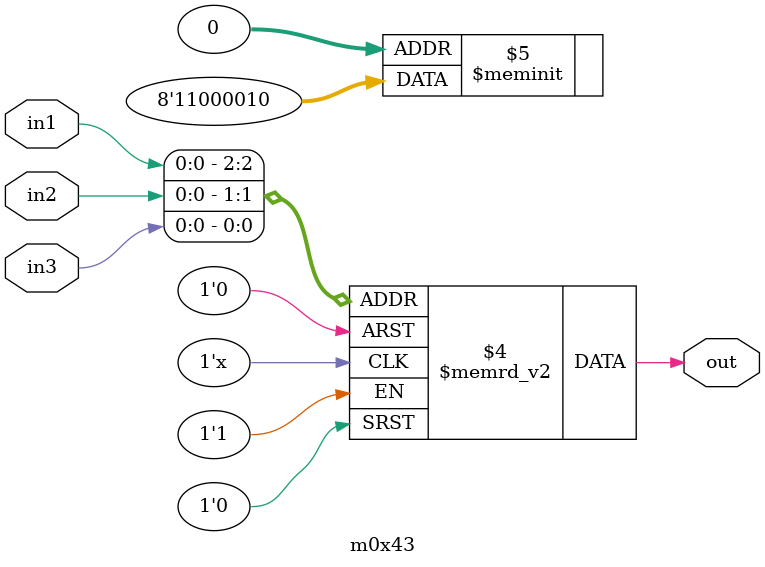
<source format=v>
module m0x43(output out, input in1, in2, in3);

   always @(in1, in2, in3)
     begin
        case({in1, in2, in3})
          3'b000: {out} = 1'b0;
          3'b001: {out} = 1'b1;
          3'b010: {out} = 1'b0;
          3'b011: {out} = 1'b0;
          3'b100: {out} = 1'b0;
          3'b101: {out} = 1'b0;
          3'b110: {out} = 1'b1;
          3'b111: {out} = 1'b1;
        endcase // case ({in1, in2, in3})
     end // always @ (in1, in2, in3)

endmodule // m0x43
</source>
